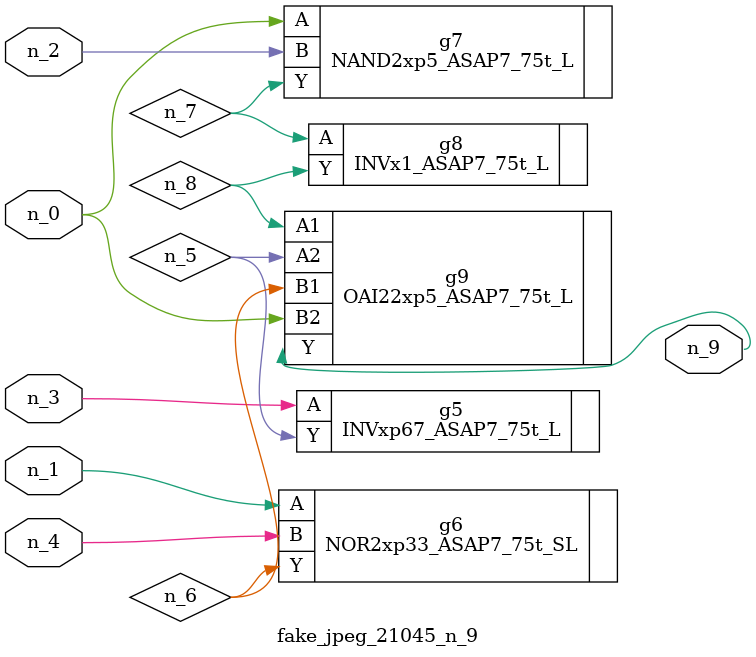
<source format=v>
module fake_jpeg_21045_n_9 (n_3, n_2, n_1, n_0, n_4, n_9);

input n_3;
input n_2;
input n_1;
input n_0;
input n_4;

output n_9;

wire n_8;
wire n_6;
wire n_5;
wire n_7;

INVxp67_ASAP7_75t_L g5 ( 
.A(n_3),
.Y(n_5)
);

NOR2xp33_ASAP7_75t_SL g6 ( 
.A(n_1),
.B(n_4),
.Y(n_6)
);

NAND2xp5_ASAP7_75t_L g7 ( 
.A(n_0),
.B(n_2),
.Y(n_7)
);

INVx1_ASAP7_75t_L g8 ( 
.A(n_7),
.Y(n_8)
);

OAI22xp5_ASAP7_75t_L g9 ( 
.A1(n_8),
.A2(n_5),
.B1(n_6),
.B2(n_0),
.Y(n_9)
);


endmodule
</source>
